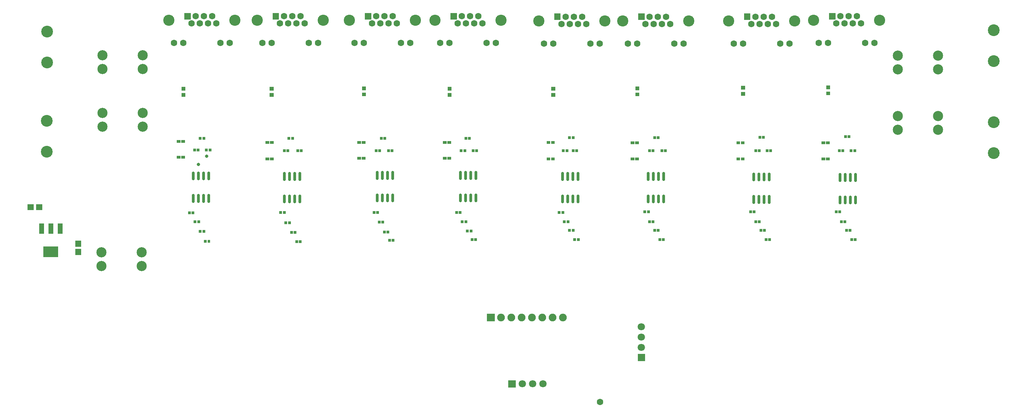
<source format=gts>
G04 Layer: TopSolderMaskLayer*
G04 EasyEDA v6.5.9, 2022-07-19 10:17:32*
G04 949b56ed96714d3c9a1e36b78244d617,84c7e2b185e6486294edc9ff802fc075,10*
G04 Gerber Generator version 0.2*
G04 Scale: 100 percent, Rotated: No, Reflected: No *
G04 Dimensions in millimeters *
G04 leading zeros omitted , absolute positions ,4 integer and 5 decimal *
%FSLAX45Y45*%
%MOMM*%

%ADD10C,0.6756*%
%ADD11C,1.6002*%
%ADD12C,2.7432*%
%ADD13C,2.9016*%
%ADD14C,2.5000*%
%ADD15C,1.9016*%
%ADD16C,1.8016*%
%ADD17C,0.8132*%
%ADD18C,0.0123*%

%LPD*%
D10*
X5219700Y11531092D02*
G01*
X5219700Y11384940D01*
X5346700Y11531092D02*
G01*
X5346700Y11384940D01*
X5473700Y11531092D02*
G01*
X5473700Y11384940D01*
X5600700Y11531092D02*
G01*
X5600700Y11384940D01*
X5219700Y12084659D02*
G01*
X5219700Y11938508D01*
X5346700Y12084659D02*
G01*
X5346700Y11938508D01*
X5473700Y12084659D02*
G01*
X5473700Y11938508D01*
X5600700Y12084659D02*
G01*
X5600700Y11938508D01*
X7467600Y11518392D02*
G01*
X7467600Y11372240D01*
X7594600Y11518392D02*
G01*
X7594600Y11372240D01*
X7721600Y11518392D02*
G01*
X7721600Y11372240D01*
X7848600Y11518392D02*
G01*
X7848600Y11372240D01*
X7467600Y12071959D02*
G01*
X7467600Y11925808D01*
X7594600Y12071959D02*
G01*
X7594600Y11925808D01*
X7721600Y12071959D02*
G01*
X7721600Y11925808D01*
X7848600Y12071959D02*
G01*
X7848600Y11925808D01*
X11798300Y11543792D02*
G01*
X11798300Y11397640D01*
X11925300Y11543792D02*
G01*
X11925300Y11397640D01*
X12052300Y11543792D02*
G01*
X12052300Y11397640D01*
X12179300Y11543792D02*
G01*
X12179300Y11397640D01*
X11798300Y12097359D02*
G01*
X11798300Y11951208D01*
X11925300Y12097359D02*
G01*
X11925300Y11951208D01*
X12052300Y12097359D02*
G01*
X12052300Y11951208D01*
X12179300Y12097359D02*
G01*
X12179300Y11951208D01*
X9753600Y11543792D02*
G01*
X9753600Y11397640D01*
X9880600Y11543792D02*
G01*
X9880600Y11397640D01*
X10007600Y11543792D02*
G01*
X10007600Y11397640D01*
X10134600Y11543792D02*
G01*
X10134600Y11397640D01*
X9753600Y12097359D02*
G01*
X9753600Y11951208D01*
X9880600Y12097359D02*
G01*
X9880600Y11951208D01*
X10007600Y12097359D02*
G01*
X10007600Y11951208D01*
X10134600Y12097359D02*
G01*
X10134600Y11951208D01*
X19024600Y11505692D02*
G01*
X19024600Y11359540D01*
X19151600Y11505692D02*
G01*
X19151600Y11359540D01*
X19278600Y11505692D02*
G01*
X19278600Y11359540D01*
X19405600Y11505692D02*
G01*
X19405600Y11359540D01*
X19024600Y12059259D02*
G01*
X19024600Y11913108D01*
X19151600Y12059259D02*
G01*
X19151600Y11913108D01*
X19278600Y12059259D02*
G01*
X19278600Y11913108D01*
X19405600Y12059259D02*
G01*
X19405600Y11913108D01*
X21145500Y11492992D02*
G01*
X21145500Y11346840D01*
X21272500Y11492992D02*
G01*
X21272500Y11346840D01*
X21399500Y11492992D02*
G01*
X21399500Y11346840D01*
X21526500Y11492992D02*
G01*
X21526500Y11346840D01*
X21145500Y12046559D02*
G01*
X21145500Y11900408D01*
X21272500Y12046559D02*
G01*
X21272500Y11900408D01*
X21399500Y12046559D02*
G01*
X21399500Y11900408D01*
X21526500Y12046559D02*
G01*
X21526500Y11900408D01*
X16421100Y11518392D02*
G01*
X16421100Y11372240D01*
X16548100Y11518392D02*
G01*
X16548100Y11372240D01*
X16675100Y11518392D02*
G01*
X16675100Y11372240D01*
X16802100Y11518392D02*
G01*
X16802100Y11372240D01*
X16421100Y12071959D02*
G01*
X16421100Y11925808D01*
X16548100Y12071959D02*
G01*
X16548100Y11925808D01*
X16675100Y12071959D02*
G01*
X16675100Y11925808D01*
X16802100Y12071959D02*
G01*
X16802100Y11925808D01*
X14312900Y11518392D02*
G01*
X14312900Y11372240D01*
X14439900Y11518392D02*
G01*
X14439900Y11372240D01*
X14566900Y11518392D02*
G01*
X14566900Y11372240D01*
X14693900Y11518392D02*
G01*
X14693900Y11372240D01*
X14312900Y12071959D02*
G01*
X14312900Y11925808D01*
X14439900Y12071959D02*
G01*
X14439900Y11925808D01*
X14566900Y12071959D02*
G01*
X14566900Y11925808D01*
X14693900Y12071959D02*
G01*
X14693900Y11925808D01*
G36*
X4924806Y12833095D02*
G01*
X4924806Y12897104D01*
X5013959Y12897104D01*
X5013959Y12833095D01*
G37*
G36*
X4815840Y12833095D02*
G01*
X4815840Y12897104D01*
X4904993Y12897104D01*
X4904993Y12833095D01*
G37*
G36*
X7109206Y12401295D02*
G01*
X7109206Y12465304D01*
X7198359Y12465304D01*
X7198359Y12401295D01*
G37*
G36*
X7000240Y12401295D02*
G01*
X7000240Y12465304D01*
X7089393Y12465304D01*
X7089393Y12401295D01*
G37*
G36*
X9369806Y12413995D02*
G01*
X9369806Y12478004D01*
X9458959Y12478004D01*
X9458959Y12413995D01*
G37*
G36*
X9260840Y12413995D02*
G01*
X9260840Y12478004D01*
X9349993Y12478004D01*
X9349993Y12413995D01*
G37*
G36*
X11478006Y12413995D02*
G01*
X11478006Y12478004D01*
X11567159Y12478004D01*
X11567159Y12413995D01*
G37*
G36*
X11369040Y12413995D02*
G01*
X11369040Y12478004D01*
X11458193Y12478004D01*
X11458193Y12413995D01*
G37*
G36*
X14030706Y12401295D02*
G01*
X14030706Y12465304D01*
X14119859Y12465304D01*
X14119859Y12401295D01*
G37*
G36*
X13921740Y12401295D02*
G01*
X13921740Y12465304D01*
X14010893Y12465304D01*
X14010893Y12401295D01*
G37*
G36*
X16100806Y12401295D02*
G01*
X16100806Y12465304D01*
X16189959Y12465304D01*
X16189959Y12401295D01*
G37*
G36*
X15991840Y12401295D02*
G01*
X15991840Y12465304D01*
X16080993Y12465304D01*
X16080993Y12401295D01*
G37*
G36*
X18704306Y12794995D02*
G01*
X18704306Y12859004D01*
X18793459Y12859004D01*
X18793459Y12794995D01*
G37*
G36*
X18595340Y12794995D02*
G01*
X18595340Y12859004D01*
X18684493Y12859004D01*
X18684493Y12794995D01*
G37*
G36*
X20799806Y12794995D02*
G01*
X20799806Y12859004D01*
X20888959Y12859004D01*
X20888959Y12794995D01*
G37*
G36*
X20690840Y12794995D02*
G01*
X20690840Y12859004D01*
X20779993Y12859004D01*
X20779993Y12794995D01*
G37*
D11*
G01*
X5791200Y15772892D03*
G36*
X4999990Y15870936D02*
G01*
X4999990Y16030955D01*
X5160009Y16030955D01*
X5160009Y15870936D01*
G37*
G01*
X5486400Y15950945D03*
G01*
X5283200Y15950945D03*
G01*
X5384800Y15772892D03*
G01*
X5181600Y15772892D03*
G01*
X5689600Y15950945D03*
D12*
G01*
X4622596Y15848939D03*
G01*
X6248603Y15848939D03*
D11*
G01*
X5588000Y15772892D03*
G01*
X5892545Y15291054D03*
G01*
X6121654Y15291054D03*
G01*
X4749545Y15291054D03*
G01*
X4978654Y15291054D03*
G01*
X7962900Y15772892D03*
G36*
X7171690Y15870936D02*
G01*
X7171690Y16030955D01*
X7331709Y16030955D01*
X7331709Y15870936D01*
G37*
G01*
X7658100Y15950945D03*
G01*
X7454900Y15950945D03*
G01*
X7556500Y15772892D03*
G01*
X7353300Y15772892D03*
G01*
X7861300Y15950945D03*
D12*
G01*
X6794296Y15848939D03*
G01*
X8420303Y15848939D03*
D11*
G01*
X7759700Y15772892D03*
G01*
X8064245Y15291054D03*
G01*
X8293354Y15291054D03*
G01*
X6921245Y15291054D03*
G01*
X7150354Y15291054D03*
G01*
X10236200Y15772892D03*
G36*
X9444990Y15870936D02*
G01*
X9444990Y16030955D01*
X9605009Y16030955D01*
X9605009Y15870936D01*
G37*
G01*
X9931400Y15950945D03*
G01*
X9728200Y15950945D03*
G01*
X9829800Y15772892D03*
G01*
X9626600Y15772892D03*
G01*
X10134600Y15950945D03*
D12*
G01*
X9067596Y15848939D03*
G01*
X10693603Y15848939D03*
D11*
G01*
X10033000Y15772892D03*
G01*
X10337545Y15291054D03*
G01*
X10566654Y15291054D03*
G01*
X9194545Y15291054D03*
G01*
X9423654Y15291054D03*
G01*
X12344400Y15772892D03*
G36*
X11553190Y15870936D02*
G01*
X11553190Y16030955D01*
X11713209Y16030955D01*
X11713209Y15870936D01*
G37*
G01*
X12039600Y15950945D03*
G01*
X11836400Y15950945D03*
G01*
X11938000Y15772892D03*
G01*
X11734800Y15772892D03*
G01*
X12242800Y15950945D03*
D12*
G01*
X11175796Y15848939D03*
G01*
X12801803Y15848939D03*
D11*
G01*
X12141200Y15772892D03*
G01*
X12445745Y15291054D03*
G01*
X12674854Y15291054D03*
G01*
X11302745Y15291054D03*
G01*
X11531854Y15291054D03*
G01*
X14897100Y15760192D03*
G36*
X14105890Y15858236D02*
G01*
X14105890Y16018255D01*
X14265909Y16018255D01*
X14265909Y15858236D01*
G37*
G01*
X14592300Y15938245D03*
G01*
X14389100Y15938245D03*
G01*
X14490700Y15760192D03*
G01*
X14287500Y15760192D03*
G01*
X14795500Y15938245D03*
D12*
G01*
X13728496Y15836239D03*
G01*
X15354503Y15836239D03*
D11*
G01*
X14693900Y15760192D03*
G01*
X14998445Y15278354D03*
G01*
X15227554Y15278354D03*
G01*
X13855445Y15278354D03*
G01*
X14084554Y15278354D03*
G01*
X16967200Y15760192D03*
G36*
X16175990Y15858236D02*
G01*
X16175990Y16018255D01*
X16336009Y16018255D01*
X16336009Y15858236D01*
G37*
G01*
X16662400Y15938245D03*
G01*
X16459200Y15938245D03*
G01*
X16560800Y15760192D03*
G01*
X16357600Y15760192D03*
G01*
X16865600Y15938245D03*
D12*
G01*
X15798596Y15836239D03*
G01*
X17424603Y15836239D03*
D11*
G01*
X16764000Y15760192D03*
G01*
X17068545Y15278354D03*
G01*
X17297654Y15278354D03*
G01*
X15925545Y15278354D03*
G01*
X16154654Y15278354D03*
G01*
X19570700Y15760192D03*
G36*
X18779490Y15858236D02*
G01*
X18779490Y16018255D01*
X18939509Y16018255D01*
X18939509Y15858236D01*
G37*
G01*
X19265900Y15938245D03*
G01*
X19062700Y15938245D03*
G01*
X19164300Y15760192D03*
G01*
X18961100Y15760192D03*
G01*
X19469100Y15938245D03*
D12*
G01*
X18402096Y15836239D03*
G01*
X20028103Y15836239D03*
D11*
G01*
X19367500Y15760192D03*
G01*
X19672045Y15278354D03*
G01*
X19901154Y15278354D03*
G01*
X18529045Y15278354D03*
G01*
X18758154Y15278354D03*
G01*
X21666200Y15772892D03*
G36*
X20874990Y15870936D02*
G01*
X20874990Y16030955D01*
X21035009Y16030955D01*
X21035009Y15870936D01*
G37*
G01*
X21361400Y15950945D03*
G01*
X21158200Y15950945D03*
G01*
X21259800Y15772892D03*
G01*
X21056600Y15772892D03*
G01*
X21564600Y15950945D03*
D12*
G01*
X20497596Y15848939D03*
G01*
X22123603Y15848939D03*
D11*
G01*
X21463000Y15772892D03*
G01*
X21767545Y15291054D03*
G01*
X21996654Y15291054D03*
G01*
X20624545Y15291054D03*
G01*
X20853654Y15291054D03*
G36*
X1348231Y11166855D02*
G01*
X1348231Y11312144D01*
X1499362Y11312144D01*
X1499362Y11166855D01*
G37*
G36*
X1142237Y11166855D02*
G01*
X1142237Y11312144D01*
X1293368Y11312144D01*
X1293368Y11166855D01*
G37*
G36*
X2314956Y10263631D02*
G01*
X2314956Y10414762D01*
X2460243Y10414762D01*
X2460243Y10263631D01*
G37*
G36*
X2314956Y10057637D02*
G01*
X2314956Y10208768D01*
X2460243Y10208768D01*
X2460243Y10057637D01*
G37*
G36*
X4924806Y12439395D02*
G01*
X4924806Y12503404D01*
X5013959Y12503404D01*
X5013959Y12439395D01*
G37*
G36*
X4815840Y12439395D02*
G01*
X4815840Y12503404D01*
X4904993Y12503404D01*
X4904993Y12439395D01*
G37*
G36*
X7109206Y12807695D02*
G01*
X7109206Y12871704D01*
X7198359Y12871704D01*
X7198359Y12807695D01*
G37*
G36*
X7000240Y12807695D02*
G01*
X7000240Y12871704D01*
X7089393Y12871704D01*
X7089393Y12807695D01*
G37*
G36*
X11478006Y12807695D02*
G01*
X11478006Y12871704D01*
X11567159Y12871704D01*
X11567159Y12807695D01*
G37*
G36*
X11369040Y12807695D02*
G01*
X11369040Y12871704D01*
X11458193Y12871704D01*
X11458193Y12807695D01*
G37*
G36*
X9369806Y12807695D02*
G01*
X9369806Y12871704D01*
X9458959Y12871704D01*
X9458959Y12807695D01*
G37*
G36*
X9260840Y12807695D02*
G01*
X9260840Y12871704D01*
X9349993Y12871704D01*
X9349993Y12807695D01*
G37*
G36*
X18704306Y12401295D02*
G01*
X18704306Y12465304D01*
X18793459Y12465304D01*
X18793459Y12401295D01*
G37*
G36*
X18595340Y12401295D02*
G01*
X18595340Y12465304D01*
X18684493Y12465304D01*
X18684493Y12401295D01*
G37*
G36*
X20799806Y12401295D02*
G01*
X20799806Y12465304D01*
X20888959Y12465304D01*
X20888959Y12401295D01*
G37*
G36*
X20690840Y12401295D02*
G01*
X20690840Y12465304D01*
X20779993Y12465304D01*
X20779993Y12401295D01*
G37*
G36*
X16100806Y12794995D02*
G01*
X16100806Y12859004D01*
X16189959Y12859004D01*
X16189959Y12794995D01*
G37*
G36*
X15991840Y12794995D02*
G01*
X15991840Y12859004D01*
X16080993Y12859004D01*
X16080993Y12794995D01*
G37*
G36*
X14030706Y12807695D02*
G01*
X14030706Y12871704D01*
X14119859Y12871704D01*
X14119859Y12807695D01*
G37*
G36*
X13921740Y12807695D02*
G01*
X13921740Y12871704D01*
X14010893Y12871704D01*
X14010893Y12807695D01*
G37*
D13*
G01*
X1625600Y14808200D03*
G01*
X1625600Y15570200D03*
G01*
X1612900Y12611100D03*
G01*
X1612900Y13373100D03*
G01*
X24930100Y13335000D03*
G01*
X24930100Y12573000D03*
G01*
X24930100Y15608300D03*
G01*
X24930100Y14846300D03*
D14*
G01*
X2983814Y14990902D03*
G01*
X2983814Y14650897D03*
G01*
X3975811Y14650897D03*
G01*
X3975811Y14990902D03*
G01*
X2983814Y13568502D03*
G01*
X2983814Y13228497D03*
G01*
X3975811Y13228497D03*
G01*
X3975811Y13568502D03*
G01*
X23559211Y13152297D03*
G01*
X23559211Y13492302D03*
G01*
X22567214Y13492302D03*
G01*
X22567214Y13152297D03*
G01*
X23559211Y14638197D03*
G01*
X23559211Y14978202D03*
G01*
X22567214Y14978202D03*
G01*
X22567214Y14638197D03*
G01*
X2958414Y10126802D03*
G01*
X2958414Y9786797D03*
G01*
X3950411Y9786797D03*
G01*
X3950411Y10126802D03*
G36*
X12452604Y8426704D02*
G01*
X12452604Y8616695D01*
X12642595Y8616695D01*
X12642595Y8426704D01*
G37*
D15*
G01*
X12801600Y8521700D03*
G01*
X13055600Y8521700D03*
G01*
X13309600Y8521700D03*
G01*
X13563600Y8521700D03*
G01*
X13817600Y8521700D03*
G01*
X14071600Y8521700D03*
G01*
X14325600Y8521700D03*
G36*
X5573775Y10368026D02*
G01*
X5573775Y10434574D01*
X5638038Y10434574D01*
X5638038Y10368026D01*
G37*
G36*
X5485891Y10369295D02*
G01*
X5485891Y10433304D01*
X5552693Y10433304D01*
X5552693Y10369295D01*
G37*
G36*
X5445506Y10610595D02*
G01*
X5445506Y10674604D01*
X5512308Y10674604D01*
X5512308Y10610595D01*
G37*
G36*
X5358891Y10610595D02*
G01*
X5358891Y10674604D01*
X5425693Y10674604D01*
X5425693Y10610595D01*
G37*
G36*
X5318506Y10851895D02*
G01*
X5318506Y10915904D01*
X5385308Y10915904D01*
X5385308Y10851895D01*
G37*
G36*
X5231891Y10851895D02*
G01*
X5231891Y10915904D01*
X5298693Y10915904D01*
X5298693Y10851895D01*
G37*
G36*
X5178806Y11067795D02*
G01*
X5178806Y11131804D01*
X5245608Y11131804D01*
X5245608Y11067795D01*
G37*
G36*
X5092191Y11067795D02*
G01*
X5092191Y11131804D01*
X5158993Y11131804D01*
X5158993Y11067795D01*
G37*
G36*
X5219191Y12617195D02*
G01*
X5219191Y12681204D01*
X5285993Y12681204D01*
X5285993Y12617195D01*
G37*
G36*
X5305806Y12617195D02*
G01*
X5305806Y12681204D01*
X5372608Y12681204D01*
X5372608Y12617195D01*
G37*
G36*
X5597906Y12617195D02*
G01*
X5597906Y12681204D01*
X5664708Y12681204D01*
X5664708Y12617195D01*
G37*
G36*
X5511291Y12617195D02*
G01*
X5511291Y12681204D01*
X5578093Y12681204D01*
X5578093Y12617195D01*
G37*
G36*
X5358891Y12909295D02*
G01*
X5358891Y12973304D01*
X5425693Y12973304D01*
X5425693Y12909295D01*
G37*
G36*
X5445506Y12909295D02*
G01*
X5445506Y12973304D01*
X5512308Y12973304D01*
X5512308Y12909295D01*
G37*
G36*
X7543291Y12909295D02*
G01*
X7543291Y12973304D01*
X7610093Y12973304D01*
X7610093Y12909295D01*
G37*
G36*
X7629906Y12909295D02*
G01*
X7629906Y12973304D01*
X7696708Y12973304D01*
X7696708Y12909295D01*
G37*
G36*
X7845806Y12604495D02*
G01*
X7845806Y12668504D01*
X7912608Y12668504D01*
X7912608Y12604495D01*
G37*
G36*
X7759191Y12604495D02*
G01*
X7759191Y12668504D01*
X7825993Y12668504D01*
X7825993Y12604495D01*
G37*
G36*
X7428991Y12604495D02*
G01*
X7428991Y12668504D01*
X7495793Y12668504D01*
X7495793Y12604495D01*
G37*
G36*
X7515606Y12604495D02*
G01*
X7515606Y12668504D01*
X7582408Y12668504D01*
X7582408Y12604495D01*
G37*
G36*
X7426706Y11080495D02*
G01*
X7426706Y11144504D01*
X7493508Y11144504D01*
X7493508Y11080495D01*
G37*
G36*
X7340091Y11080495D02*
G01*
X7340091Y11144504D01*
X7406893Y11144504D01*
X7406893Y11080495D01*
G37*
G36*
X7553706Y10826495D02*
G01*
X7553706Y10890504D01*
X7620508Y10890504D01*
X7620508Y10826495D01*
G37*
G36*
X7467091Y10826495D02*
G01*
X7467091Y10890504D01*
X7533893Y10890504D01*
X7533893Y10826495D01*
G37*
G36*
X7693406Y10585195D02*
G01*
X7693406Y10649204D01*
X7760208Y10649204D01*
X7760208Y10585195D01*
G37*
G36*
X7606791Y10585195D02*
G01*
X7606791Y10649204D01*
X7673593Y10649204D01*
X7673593Y10585195D01*
G37*
G36*
X7820406Y10356595D02*
G01*
X7820406Y10420604D01*
X7887208Y10420604D01*
X7887208Y10356595D01*
G37*
G36*
X7733791Y10356595D02*
G01*
X7733791Y10420604D01*
X7800593Y10420604D01*
X7800593Y10356595D01*
G37*
G36*
X12138406Y10407395D02*
G01*
X12138406Y10471404D01*
X12205208Y10471404D01*
X12205208Y10407395D01*
G37*
G36*
X12051791Y10407395D02*
G01*
X12051791Y10471404D01*
X12118593Y10471404D01*
X12118593Y10407395D01*
G37*
G36*
X12024106Y10623295D02*
G01*
X12024106Y10687304D01*
X12090908Y10687304D01*
X12090908Y10623295D01*
G37*
G36*
X11937491Y10623295D02*
G01*
X11937491Y10687304D01*
X12004293Y10687304D01*
X12004293Y10623295D01*
G37*
G36*
X11897106Y10851895D02*
G01*
X11897106Y10915904D01*
X11963908Y10915904D01*
X11963908Y10851895D01*
G37*
G36*
X11810491Y10851895D02*
G01*
X11810491Y10915904D01*
X11877293Y10915904D01*
X11877293Y10851895D01*
G37*
G36*
X11757406Y11080495D02*
G01*
X11757406Y11144504D01*
X11824208Y11144504D01*
X11824208Y11080495D01*
G37*
G36*
X11670791Y11080495D02*
G01*
X11670791Y11144504D01*
X11737593Y11144504D01*
X11737593Y11080495D01*
G37*
G36*
X11785091Y12604495D02*
G01*
X11785091Y12668504D01*
X11851893Y12668504D01*
X11851893Y12604495D01*
G37*
G36*
X11871706Y12604495D02*
G01*
X11871706Y12668504D01*
X11938508Y12668504D01*
X11938508Y12604495D01*
G37*
G36*
X12163806Y12604495D02*
G01*
X12163806Y12668504D01*
X12230608Y12668504D01*
X12230608Y12604495D01*
G37*
G36*
X12077191Y12604495D02*
G01*
X12077191Y12668504D01*
X12143993Y12668504D01*
X12143993Y12604495D01*
G37*
G36*
X11899391Y12909295D02*
G01*
X11899391Y12973304D01*
X11966193Y12973304D01*
X11966193Y12909295D01*
G37*
G36*
X11986006Y12909295D02*
G01*
X11986006Y12973304D01*
X12052808Y12973304D01*
X12052808Y12909295D01*
G37*
G36*
X9816591Y12909295D02*
G01*
X9816591Y12973304D01*
X9883393Y12973304D01*
X9883393Y12909295D01*
G37*
G36*
X9903206Y12909295D02*
G01*
X9903206Y12973304D01*
X9970008Y12973304D01*
X9970008Y12909295D01*
G37*
G36*
X10081006Y12604495D02*
G01*
X10081006Y12668504D01*
X10147808Y12668504D01*
X10147808Y12604495D01*
G37*
G36*
X9994391Y12604495D02*
G01*
X9994391Y12668504D01*
X10061193Y12668504D01*
X10061193Y12604495D01*
G37*
G36*
X9689591Y12604495D02*
G01*
X9689591Y12668504D01*
X9756393Y12668504D01*
X9756393Y12604495D01*
G37*
G36*
X9776206Y12604495D02*
G01*
X9776206Y12668504D01*
X9843008Y12668504D01*
X9843008Y12604495D01*
G37*
G36*
X9725406Y11080495D02*
G01*
X9725406Y11144504D01*
X9792208Y11144504D01*
X9792208Y11080495D01*
G37*
G36*
X9638791Y11080495D02*
G01*
X9638791Y11144504D01*
X9705593Y11144504D01*
X9705593Y11080495D01*
G37*
G36*
X9852406Y10839195D02*
G01*
X9852406Y10903204D01*
X9919208Y10903204D01*
X9919208Y10839195D01*
G37*
G36*
X9765791Y10839195D02*
G01*
X9765791Y10903204D01*
X9832593Y10903204D01*
X9832593Y10839195D01*
G37*
G36*
X9979406Y10597895D02*
G01*
X9979406Y10661904D01*
X10046208Y10661904D01*
X10046208Y10597895D01*
G37*
G36*
X9892791Y10597895D02*
G01*
X9892791Y10661904D01*
X9959593Y10661904D01*
X9959593Y10597895D01*
G37*
G36*
X10106406Y10394695D02*
G01*
X10106406Y10458704D01*
X10173208Y10458704D01*
X10173208Y10394695D01*
G37*
G36*
X10019791Y10394695D02*
G01*
X10019791Y10458704D01*
X10086593Y10458704D01*
X10086593Y10394695D01*
G37*
G36*
X19377406Y10407395D02*
G01*
X19377406Y10471404D01*
X19444208Y10471404D01*
X19444208Y10407395D01*
G37*
G36*
X19290791Y10407395D02*
G01*
X19290791Y10471404D01*
X19357593Y10471404D01*
X19357593Y10407395D01*
G37*
G36*
X19250406Y10635995D02*
G01*
X19250406Y10700004D01*
X19317208Y10700004D01*
X19317208Y10635995D01*
G37*
G36*
X19163791Y10635995D02*
G01*
X19163791Y10700004D01*
X19230593Y10700004D01*
X19230593Y10635995D01*
G37*
G36*
X19123406Y10851895D02*
G01*
X19123406Y10915904D01*
X19190208Y10915904D01*
X19190208Y10851895D01*
G37*
G36*
X19036791Y10851895D02*
G01*
X19036791Y10915904D01*
X19103593Y10915904D01*
X19103593Y10851895D01*
G37*
G36*
X18996406Y11093195D02*
G01*
X18996406Y11157204D01*
X19063208Y11157204D01*
X19063208Y11093195D01*
G37*
G36*
X18909791Y11093195D02*
G01*
X18909791Y11157204D01*
X18976593Y11157204D01*
X18976593Y11093195D01*
G37*
G36*
X19036791Y12604495D02*
G01*
X19036791Y12668504D01*
X19103593Y12668504D01*
X19103593Y12604495D01*
G37*
G36*
X19123406Y12604495D02*
G01*
X19123406Y12668504D01*
X19190208Y12668504D01*
X19190208Y12604495D01*
G37*
G36*
X19402806Y12604495D02*
G01*
X19402806Y12668504D01*
X19469608Y12668504D01*
X19469608Y12604495D01*
G37*
G36*
X19316191Y12604495D02*
G01*
X19316191Y12668504D01*
X19382993Y12668504D01*
X19382993Y12604495D01*
G37*
G36*
X19138391Y12934695D02*
G01*
X19138391Y12998704D01*
X19205193Y12998704D01*
X19205193Y12934695D01*
G37*
G36*
X19225006Y12934695D02*
G01*
X19225006Y12998704D01*
X19291808Y12998704D01*
X19291808Y12934695D01*
G37*
G36*
X21246591Y12947395D02*
G01*
X21246591Y13011404D01*
X21313393Y13011404D01*
X21313393Y12947395D01*
G37*
G36*
X21333206Y12947395D02*
G01*
X21333206Y13011404D01*
X21400008Y13011404D01*
X21400008Y12947395D01*
G37*
G36*
X21472906Y12604495D02*
G01*
X21472906Y12668504D01*
X21539708Y12668504D01*
X21539708Y12604495D01*
G37*
G36*
X21386291Y12604495D02*
G01*
X21386291Y12668504D01*
X21453093Y12668504D01*
X21453093Y12604495D01*
G37*
G36*
X21094191Y12604495D02*
G01*
X21094191Y12668504D01*
X21160993Y12668504D01*
X21160993Y12604495D01*
G37*
G36*
X21180806Y12604495D02*
G01*
X21180806Y12668504D01*
X21247608Y12668504D01*
X21247608Y12604495D01*
G37*
G36*
X21104606Y11093195D02*
G01*
X21104606Y11157204D01*
X21171408Y11157204D01*
X21171408Y11093195D01*
G37*
G36*
X21017991Y11093195D02*
G01*
X21017991Y11157204D01*
X21084793Y11157204D01*
X21084793Y11093195D01*
G37*
G36*
X21231606Y10851895D02*
G01*
X21231606Y10915904D01*
X21298408Y10915904D01*
X21298408Y10851895D01*
G37*
G36*
X21144991Y10851895D02*
G01*
X21144991Y10915904D01*
X21211793Y10915904D01*
X21211793Y10851895D01*
G37*
G36*
X21358606Y10635995D02*
G01*
X21358606Y10700004D01*
X21425408Y10700004D01*
X21425408Y10635995D01*
G37*
G36*
X21271991Y10635995D02*
G01*
X21271991Y10700004D01*
X21338793Y10700004D01*
X21338793Y10635995D01*
G37*
G36*
X21485606Y10407395D02*
G01*
X21485606Y10471404D01*
X21552408Y10471404D01*
X21552408Y10407395D01*
G37*
G36*
X21398991Y10407395D02*
G01*
X21398991Y10471404D01*
X21465793Y10471404D01*
X21465793Y10407395D01*
G37*
G36*
X16761206Y10407395D02*
G01*
X16761206Y10471404D01*
X16828008Y10471404D01*
X16828008Y10407395D01*
G37*
G36*
X16674591Y10407395D02*
G01*
X16674591Y10471404D01*
X16741393Y10471404D01*
X16741393Y10407395D01*
G37*
G36*
X16634206Y10635995D02*
G01*
X16634206Y10700004D01*
X16701008Y10700004D01*
X16701008Y10635995D01*
G37*
G36*
X16547591Y10635995D02*
G01*
X16547591Y10700004D01*
X16614393Y10700004D01*
X16614393Y10635995D01*
G37*
G36*
X16507206Y10851895D02*
G01*
X16507206Y10915904D01*
X16574008Y10915904D01*
X16574008Y10851895D01*
G37*
G36*
X16420591Y10851895D02*
G01*
X16420591Y10915904D01*
X16487393Y10915904D01*
X16487393Y10851895D01*
G37*
G36*
X16392906Y11093195D02*
G01*
X16392906Y11157204D01*
X16459708Y11157204D01*
X16459708Y11093195D01*
G37*
G36*
X16306291Y11093195D02*
G01*
X16306291Y11157204D01*
X16373093Y11157204D01*
X16373093Y11093195D01*
G37*
G36*
X16420591Y12604495D02*
G01*
X16420591Y12668504D01*
X16487393Y12668504D01*
X16487393Y12604495D01*
G37*
G36*
X16507206Y12604495D02*
G01*
X16507206Y12668504D01*
X16574008Y12668504D01*
X16574008Y12604495D01*
G37*
G36*
X16812006Y12604495D02*
G01*
X16812006Y12668504D01*
X16878808Y12668504D01*
X16878808Y12604495D01*
G37*
G36*
X16725391Y12604495D02*
G01*
X16725391Y12668504D01*
X16792193Y12668504D01*
X16792193Y12604495D01*
G37*
G36*
X16547591Y12921995D02*
G01*
X16547591Y12986004D01*
X16614393Y12986004D01*
X16614393Y12921995D01*
G37*
G36*
X16634206Y12921995D02*
G01*
X16634206Y12986004D01*
X16701008Y12986004D01*
X16701008Y12921995D01*
G37*
G36*
X14452091Y12921995D02*
G01*
X14452091Y12986004D01*
X14518893Y12986004D01*
X14518893Y12921995D01*
G37*
G36*
X14538706Y12921995D02*
G01*
X14538706Y12986004D01*
X14605508Y12986004D01*
X14605508Y12921995D01*
G37*
G36*
X14627606Y12604495D02*
G01*
X14627606Y12668504D01*
X14694408Y12668504D01*
X14694408Y12604495D01*
G37*
G36*
X14540991Y12604495D02*
G01*
X14540991Y12668504D01*
X14607793Y12668504D01*
X14607793Y12604495D01*
G37*
G36*
X14299691Y12604495D02*
G01*
X14299691Y12668504D01*
X14366493Y12668504D01*
X14366493Y12604495D01*
G37*
G36*
X14386306Y12604495D02*
G01*
X14386306Y12668504D01*
X14453108Y12668504D01*
X14453108Y12604495D01*
G37*
G36*
X14284706Y11080495D02*
G01*
X14284706Y11144504D01*
X14351508Y11144504D01*
X14351508Y11080495D01*
G37*
G36*
X14198091Y11080495D02*
G01*
X14198091Y11144504D01*
X14264893Y11144504D01*
X14264893Y11080495D01*
G37*
G36*
X14411706Y10851895D02*
G01*
X14411706Y10915904D01*
X14478508Y10915904D01*
X14478508Y10851895D01*
G37*
G36*
X14325091Y10851895D02*
G01*
X14325091Y10915904D01*
X14391893Y10915904D01*
X14391893Y10851895D01*
G37*
G36*
X14538706Y10635995D02*
G01*
X14538706Y10700004D01*
X14605508Y10700004D01*
X14605508Y10635995D01*
G37*
G36*
X14452091Y10635995D02*
G01*
X14452091Y10700004D01*
X14518893Y10700004D01*
X14518893Y10635995D01*
G37*
G36*
X14665706Y10407395D02*
G01*
X14665706Y10471404D01*
X14732508Y10471404D01*
X14732508Y10407395D01*
G37*
G36*
X14579091Y10407395D02*
G01*
X14579091Y10471404D01*
X14645893Y10471404D01*
X14645893Y10407395D01*
G37*
G36*
X4930140Y14114271D02*
G01*
X4930140Y14204950D01*
X5026659Y14204950D01*
X5026659Y14114271D01*
G37*
G36*
X4930140Y13963650D02*
G01*
X4930140Y14054328D01*
X5026659Y14054328D01*
X5026659Y13963650D01*
G37*
G36*
X7101840Y14114271D02*
G01*
X7101840Y14204950D01*
X7198359Y14204950D01*
X7198359Y14114271D01*
G37*
G36*
X7101840Y13963650D02*
G01*
X7101840Y14054328D01*
X7198359Y14054328D01*
X7198359Y13963650D01*
G37*
G36*
X11483340Y14114271D02*
G01*
X11483340Y14204950D01*
X11579859Y14204950D01*
X11579859Y14114271D01*
G37*
G36*
X11483340Y13963650D02*
G01*
X11483340Y14054328D01*
X11579859Y14054328D01*
X11579859Y13963650D01*
G37*
G36*
X9375140Y14126971D02*
G01*
X9375140Y14217650D01*
X9471659Y14217650D01*
X9471659Y14126971D01*
G37*
G36*
X9375140Y13976350D02*
G01*
X9375140Y14067028D01*
X9471659Y14067028D01*
X9471659Y13976350D01*
G37*
G36*
X18709640Y14139671D02*
G01*
X18709640Y14230350D01*
X18806159Y14230350D01*
X18806159Y14139671D01*
G37*
G36*
X18709640Y13989050D02*
G01*
X18709640Y14079728D01*
X18806159Y14079728D01*
X18806159Y13989050D01*
G37*
G36*
X20805140Y14152371D02*
G01*
X20805140Y14243050D01*
X20901659Y14243050D01*
X20901659Y14152371D01*
G37*
G36*
X20805140Y14001750D02*
G01*
X20805140Y14092428D01*
X20901659Y14092428D01*
X20901659Y14001750D01*
G37*
G36*
X16106140Y14126971D02*
G01*
X16106140Y14217650D01*
X16202659Y14217650D01*
X16202659Y14126971D01*
G37*
G36*
X16106140Y13976350D02*
G01*
X16106140Y14067028D01*
X16202659Y14067028D01*
X16202659Y13976350D01*
G37*
G36*
X14036040Y14114271D02*
G01*
X14036040Y14204950D01*
X14132559Y14204950D01*
X14132559Y14114271D01*
G37*
G36*
X14036040Y13963650D02*
G01*
X14036040Y14054328D01*
X14132559Y14054328D01*
X14132559Y13963650D01*
G37*
G36*
X1886965Y10584179D02*
G01*
X1886965Y10840720D01*
X2002027Y10840720D01*
X2002027Y10584179D01*
G37*
G36*
X1656842Y10584179D02*
G01*
X1656842Y10840720D01*
X1772157Y10840720D01*
X1772157Y10584179D01*
G37*
G36*
X1426971Y10584179D02*
G01*
X1426971Y10840720D01*
X1542034Y10840720D01*
X1542034Y10584179D01*
G37*
G36*
X1532381Y10012679D02*
G01*
X1532381Y10269220D01*
X1896618Y10269220D01*
X1896618Y10012679D01*
G37*
G36*
X12978129Y6793229D02*
G01*
X12978129Y6973570D01*
X13158470Y6973570D01*
X13158470Y6793229D01*
G37*
D16*
G01*
X13322300Y6883400D03*
G01*
X13576300Y6883400D03*
G01*
X13830300Y6883400D03*
G36*
X16165829Y7440929D02*
G01*
X16165829Y7621270D01*
X16346170Y7621270D01*
X16346170Y7440929D01*
G37*
G01*
X16256000Y7785100D03*
G01*
X16256000Y8039100D03*
G01*
X16256000Y8293100D03*
D17*
G01*
X5549900Y12496800D03*
G01*
X5346700Y12293600D03*
D11*
G01*
X15240000Y6438900D03*
M02*

</source>
